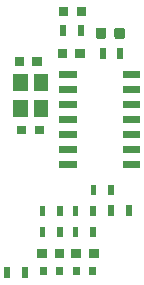
<source format=gbr>
G04 #@! TF.GenerationSoftware,KiCad,Pcbnew,6.0.0-rc1-unknown-0bceb69~66~ubuntu16.04.1*
G04 #@! TF.CreationDate,2018-12-05T15:47:40+02:00
G04 #@! TF.ProjectId,i2c-moist-sensor,6932632d-6d6f-4697-9374-2d73656e736f,rev?*
G04 #@! TF.SameCoordinates,Original*
G04 #@! TF.FileFunction,Soldermask,Top*
G04 #@! TF.FilePolarity,Negative*
%FSLAX46Y46*%
G04 Gerber Fmt 4.6, Leading zero omitted, Abs format (unit mm)*
G04 Created by KiCad (PCBNEW 6.0.0-rc1-unknown-0bceb69~66~ubuntu16.04.1) date Wed 05 Dec 2018 03:47:40 PM EET*
%MOMM*%
%LPD*%
G04 APERTURE LIST*
%ADD10C,0.100000*%
G04 APERTURE END LIST*
D10*
G36*
X90700000Y-57200000D02*
G01*
X90200000Y-57200000D01*
X90200000Y-56300000D01*
X90700000Y-56300000D01*
X90700000Y-57200000D01*
X90700000Y-57200000D01*
G37*
G36*
X89200000Y-57200000D02*
G01*
X88700000Y-57200000D01*
X88700000Y-56300000D01*
X89200000Y-56300000D01*
X89200000Y-57200000D01*
X89200000Y-57200000D01*
G37*
G36*
X96504000Y-56992000D02*
G01*
X95904000Y-56992000D01*
X95904000Y-56292000D01*
X96504000Y-56292000D01*
X96504000Y-56992000D01*
X96504000Y-56992000D01*
G37*
G36*
X95104000Y-56992000D02*
G01*
X94504000Y-56992000D01*
X94504000Y-56292000D01*
X95104000Y-56292000D01*
X95104000Y-56992000D01*
X95104000Y-56992000D01*
G37*
G36*
X93710000Y-56992000D02*
G01*
X93110000Y-56992000D01*
X93110000Y-56292000D01*
X93710000Y-56292000D01*
X93710000Y-56992000D01*
X93710000Y-56992000D01*
G37*
G36*
X92310000Y-56992000D02*
G01*
X91710000Y-56992000D01*
X91710000Y-56292000D01*
X92310000Y-56292000D01*
X92310000Y-56992000D01*
X92310000Y-56992000D01*
G37*
G36*
X96700000Y-55525000D02*
G01*
X95900000Y-55525000D01*
X95900000Y-54775000D01*
X96700000Y-54775000D01*
X96700000Y-55525000D01*
X96700000Y-55525000D01*
G37*
G36*
X95200000Y-55525000D02*
G01*
X94400000Y-55525000D01*
X94400000Y-54775000D01*
X95200000Y-54775000D01*
X95200000Y-55525000D01*
X95200000Y-55525000D01*
G37*
G36*
X93800000Y-55525000D02*
G01*
X93000000Y-55525000D01*
X93000000Y-54775000D01*
X93800000Y-54775000D01*
X93800000Y-55525000D01*
X93800000Y-55525000D01*
G37*
G36*
X92300000Y-55525000D02*
G01*
X91500000Y-55525000D01*
X91500000Y-54775000D01*
X92300000Y-54775000D01*
X92300000Y-55525000D01*
X92300000Y-55525000D01*
G37*
G36*
X92210000Y-53790000D02*
G01*
X91710000Y-53790000D01*
X91710000Y-52890000D01*
X92210000Y-52890000D01*
X92210000Y-53790000D01*
X92210000Y-53790000D01*
G37*
G36*
X95004000Y-53790000D02*
G01*
X94504000Y-53790000D01*
X94504000Y-52890000D01*
X95004000Y-52890000D01*
X95004000Y-53790000D01*
X95004000Y-53790000D01*
G37*
G36*
X93710000Y-53790000D02*
G01*
X93210000Y-53790000D01*
X93210000Y-52890000D01*
X93710000Y-52890000D01*
X93710000Y-53790000D01*
X93710000Y-53790000D01*
G37*
G36*
X96504000Y-53790000D02*
G01*
X96004000Y-53790000D01*
X96004000Y-52890000D01*
X96504000Y-52890000D01*
X96504000Y-53790000D01*
X96504000Y-53790000D01*
G37*
G36*
X95004000Y-52012000D02*
G01*
X94504000Y-52012000D01*
X94504000Y-51112000D01*
X95004000Y-51112000D01*
X95004000Y-52012000D01*
X95004000Y-52012000D01*
G37*
G36*
X93710000Y-52012000D02*
G01*
X93210000Y-52012000D01*
X93210000Y-51112000D01*
X93710000Y-51112000D01*
X93710000Y-52012000D01*
X93710000Y-52012000D01*
G37*
G36*
X96504000Y-52012000D02*
G01*
X96004000Y-52012000D01*
X96004000Y-51112000D01*
X96504000Y-51112000D01*
X96504000Y-52012000D01*
X96504000Y-52012000D01*
G37*
G36*
X92210000Y-52012000D02*
G01*
X91710000Y-52012000D01*
X91710000Y-51112000D01*
X92210000Y-51112000D01*
X92210000Y-52012000D01*
X92210000Y-52012000D01*
G37*
G36*
X98000000Y-51950000D02*
G01*
X97500000Y-51950000D01*
X97500000Y-51050000D01*
X98000000Y-51050000D01*
X98000000Y-51950000D01*
X98000000Y-51950000D01*
G37*
G36*
X99500000Y-51950000D02*
G01*
X99000000Y-51950000D01*
X99000000Y-51050000D01*
X99500000Y-51050000D01*
X99500000Y-51950000D01*
X99500000Y-51950000D01*
G37*
G36*
X98028000Y-50234000D02*
G01*
X97528000Y-50234000D01*
X97528000Y-49334000D01*
X98028000Y-49334000D01*
X98028000Y-50234000D01*
X98028000Y-50234000D01*
G37*
G36*
X96528000Y-50234000D02*
G01*
X96028000Y-50234000D01*
X96028000Y-49334000D01*
X96528000Y-49334000D01*
X96528000Y-50234000D01*
X96528000Y-50234000D01*
G37*
G36*
X100250000Y-47910000D02*
G01*
X98750000Y-47910000D01*
X98750000Y-47310000D01*
X100250000Y-47310000D01*
X100250000Y-47910000D01*
X100250000Y-47910000D01*
G37*
G36*
X94850000Y-47910000D02*
G01*
X93350000Y-47910000D01*
X93350000Y-47310000D01*
X94850000Y-47310000D01*
X94850000Y-47910000D01*
X94850000Y-47910000D01*
G37*
G36*
X100250000Y-46640000D02*
G01*
X98750000Y-46640000D01*
X98750000Y-46040000D01*
X100250000Y-46040000D01*
X100250000Y-46640000D01*
X100250000Y-46640000D01*
G37*
G36*
X94850000Y-46640000D02*
G01*
X93350000Y-46640000D01*
X93350000Y-46040000D01*
X94850000Y-46040000D01*
X94850000Y-46640000D01*
X94850000Y-46640000D01*
G37*
G36*
X94850000Y-45370000D02*
G01*
X93350000Y-45370000D01*
X93350000Y-44770000D01*
X94850000Y-44770000D01*
X94850000Y-45370000D01*
X94850000Y-45370000D01*
G37*
G36*
X100250000Y-45370000D02*
G01*
X98750000Y-45370000D01*
X98750000Y-44770000D01*
X100250000Y-44770000D01*
X100250000Y-45370000D01*
X100250000Y-45370000D01*
G37*
G36*
X90600000Y-45075000D02*
G01*
X89800000Y-45075000D01*
X89800000Y-44325000D01*
X90600000Y-44325000D01*
X90600000Y-45075000D01*
X90600000Y-45075000D01*
G37*
G36*
X92100000Y-45075000D02*
G01*
X91300000Y-45075000D01*
X91300000Y-44325000D01*
X92100000Y-44325000D01*
X92100000Y-45075000D01*
X92100000Y-45075000D01*
G37*
G36*
X100250000Y-44100000D02*
G01*
X98750000Y-44100000D01*
X98750000Y-43500000D01*
X100250000Y-43500000D01*
X100250000Y-44100000D01*
X100250000Y-44100000D01*
G37*
G36*
X94850000Y-44100000D02*
G01*
X93350000Y-44100000D01*
X93350000Y-43500000D01*
X94850000Y-43500000D01*
X94850000Y-44100000D01*
X94850000Y-44100000D01*
G37*
G36*
X90700000Y-43600000D02*
G01*
X89500000Y-43600000D01*
X89500000Y-42200000D01*
X90700000Y-42200000D01*
X90700000Y-43600000D01*
X90700000Y-43600000D01*
G37*
G36*
X92400000Y-43600000D02*
G01*
X91200000Y-43600000D01*
X91200000Y-42200000D01*
X92400000Y-42200000D01*
X92400000Y-43600000D01*
X92400000Y-43600000D01*
G37*
G36*
X94850000Y-42830000D02*
G01*
X93350000Y-42830000D01*
X93350000Y-42230000D01*
X94850000Y-42230000D01*
X94850000Y-42830000D01*
X94850000Y-42830000D01*
G37*
G36*
X100250000Y-42830000D02*
G01*
X98750000Y-42830000D01*
X98750000Y-42230000D01*
X100250000Y-42230000D01*
X100250000Y-42830000D01*
X100250000Y-42830000D01*
G37*
G36*
X94850000Y-41560000D02*
G01*
X93350000Y-41560000D01*
X93350000Y-40960000D01*
X94850000Y-40960000D01*
X94850000Y-41560000D01*
X94850000Y-41560000D01*
G37*
G36*
X100250000Y-41560000D02*
G01*
X98750000Y-41560000D01*
X98750000Y-40960000D01*
X100250000Y-40960000D01*
X100250000Y-41560000D01*
X100250000Y-41560000D01*
G37*
G36*
X90700000Y-41400000D02*
G01*
X89500000Y-41400000D01*
X89500000Y-40000000D01*
X90700000Y-40000000D01*
X90700000Y-41400000D01*
X90700000Y-41400000D01*
G37*
G36*
X92400000Y-41400000D02*
G01*
X91200000Y-41400000D01*
X91200000Y-40000000D01*
X92400000Y-40000000D01*
X92400000Y-41400000D01*
X92400000Y-41400000D01*
G37*
G36*
X94850000Y-40290000D02*
G01*
X93350000Y-40290000D01*
X93350000Y-39690000D01*
X94850000Y-39690000D01*
X94850000Y-40290000D01*
X94850000Y-40290000D01*
G37*
G36*
X100250000Y-40290000D02*
G01*
X98750000Y-40290000D01*
X98750000Y-39690000D01*
X100250000Y-39690000D01*
X100250000Y-40290000D01*
X100250000Y-40290000D01*
G37*
G36*
X91900000Y-39275000D02*
G01*
X91100000Y-39275000D01*
X91100000Y-38525000D01*
X91900000Y-38525000D01*
X91900000Y-39275000D01*
X91900000Y-39275000D01*
G37*
G36*
X90400000Y-39275000D02*
G01*
X89600000Y-39275000D01*
X89600000Y-38525000D01*
X90400000Y-38525000D01*
X90400000Y-39275000D01*
X90400000Y-39275000D01*
G37*
G36*
X97300000Y-38650000D02*
G01*
X96800000Y-38650000D01*
X96800000Y-37750000D01*
X97300000Y-37750000D01*
X97300000Y-38650000D01*
X97300000Y-38650000D01*
G37*
G36*
X98800000Y-38650000D02*
G01*
X98300000Y-38650000D01*
X98300000Y-37750000D01*
X98800000Y-37750000D01*
X98800000Y-38650000D01*
X98800000Y-38650000D01*
G37*
G36*
X94050000Y-38575000D02*
G01*
X93250000Y-38575000D01*
X93250000Y-37825000D01*
X94050000Y-37825000D01*
X94050000Y-38575000D01*
X94050000Y-38575000D01*
G37*
G36*
X95550000Y-38575000D02*
G01*
X94750000Y-38575000D01*
X94750000Y-37825000D01*
X95550000Y-37825000D01*
X95550000Y-38575000D01*
X95550000Y-38575000D01*
G37*
G36*
X97224116Y-36028595D02*
G01*
X97253313Y-36037452D01*
X97280218Y-36051833D01*
X97303808Y-36071192D01*
X97323167Y-36094782D01*
X97337548Y-36121687D01*
X97346405Y-36150884D01*
X97350000Y-36187390D01*
X97350000Y-36812610D01*
X97346405Y-36849116D01*
X97337548Y-36878313D01*
X97323167Y-36905218D01*
X97303808Y-36928808D01*
X97280218Y-36948167D01*
X97253313Y-36962548D01*
X97224116Y-36971405D01*
X97187610Y-36975000D01*
X96637390Y-36975000D01*
X96600884Y-36971405D01*
X96571687Y-36962548D01*
X96544782Y-36948167D01*
X96521192Y-36928808D01*
X96501833Y-36905218D01*
X96487452Y-36878313D01*
X96478595Y-36849116D01*
X96475000Y-36812610D01*
X96475000Y-36187390D01*
X96478595Y-36150884D01*
X96487452Y-36121687D01*
X96501833Y-36094782D01*
X96521192Y-36071192D01*
X96544782Y-36051833D01*
X96571687Y-36037452D01*
X96600884Y-36028595D01*
X96637390Y-36025000D01*
X97187610Y-36025000D01*
X97224116Y-36028595D01*
X97224116Y-36028595D01*
G37*
G36*
X98799116Y-36028595D02*
G01*
X98828313Y-36037452D01*
X98855218Y-36051833D01*
X98878808Y-36071192D01*
X98898167Y-36094782D01*
X98912548Y-36121687D01*
X98921405Y-36150884D01*
X98925000Y-36187390D01*
X98925000Y-36812610D01*
X98921405Y-36849116D01*
X98912548Y-36878313D01*
X98898167Y-36905218D01*
X98878808Y-36928808D01*
X98855218Y-36948167D01*
X98828313Y-36962548D01*
X98799116Y-36971405D01*
X98762610Y-36975000D01*
X98212390Y-36975000D01*
X98175884Y-36971405D01*
X98146687Y-36962548D01*
X98119782Y-36948167D01*
X98096192Y-36928808D01*
X98076833Y-36905218D01*
X98062452Y-36878313D01*
X98053595Y-36849116D01*
X98050000Y-36812610D01*
X98050000Y-36187390D01*
X98053595Y-36150884D01*
X98062452Y-36121687D01*
X98076833Y-36094782D01*
X98096192Y-36071192D01*
X98119782Y-36051833D01*
X98146687Y-36037452D01*
X98175884Y-36028595D01*
X98212390Y-36025000D01*
X98762610Y-36025000D01*
X98799116Y-36028595D01*
X98799116Y-36028595D01*
G37*
G36*
X95450000Y-36750000D02*
G01*
X94950000Y-36750000D01*
X94950000Y-35850000D01*
X95450000Y-35850000D01*
X95450000Y-36750000D01*
X95450000Y-36750000D01*
G37*
G36*
X93950000Y-36750000D02*
G01*
X93450000Y-36750000D01*
X93450000Y-35850000D01*
X93950000Y-35850000D01*
X93950000Y-36750000D01*
X93950000Y-36750000D01*
G37*
G36*
X95650000Y-35075000D02*
G01*
X94850000Y-35075000D01*
X94850000Y-34325000D01*
X95650000Y-34325000D01*
X95650000Y-35075000D01*
X95650000Y-35075000D01*
G37*
G36*
X94150000Y-35075000D02*
G01*
X93350000Y-35075000D01*
X93350000Y-34325000D01*
X94150000Y-34325000D01*
X94150000Y-35075000D01*
X94150000Y-35075000D01*
G37*
M02*

</source>
